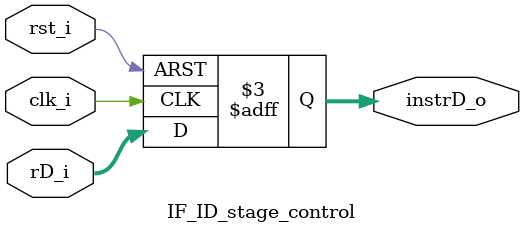
<source format=sv>
`timescale 1ns / 1ps

module IF_ID_stage_control(

    input  logic        clk_i,
    input  logic        rst_i,
    
    input  logic [31:0] rD_i,
    
    output logic [31:0] instrD_o
  
    );
    
    
    always_ff @(posedge clk_i, negedge rst_i) begin
        if (!rst_i)begin
        
            instrD_o    <= '0;
            
            end
            
        else begin
        
            instrD_o    <= rD_i;
            
            end
        
    end

endmodule

</source>
